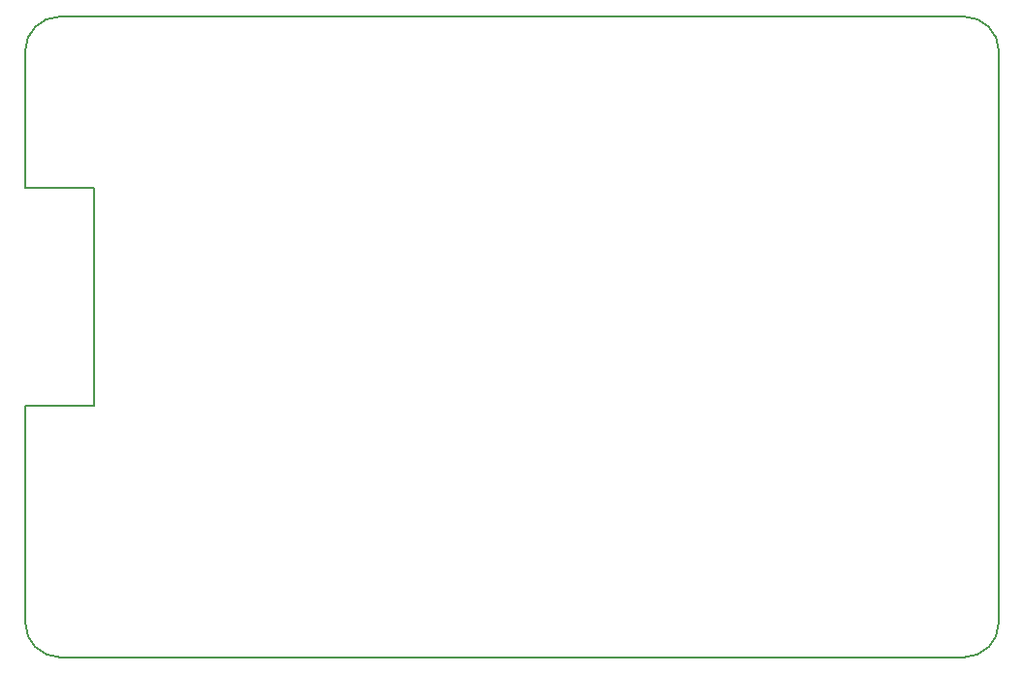
<source format=gbr>
G04 #@! TF.GenerationSoftware,KiCad,Pcbnew,(5.1.9)-1*
G04 #@! TF.CreationDate,2021-08-04T09:34:38-04:00*
G04 #@! TF.ProjectId,esp32 Core  V-0.1,65737033-3220-4436-9f72-652020562d30,rev?*
G04 #@! TF.SameCoordinates,Original*
G04 #@! TF.FileFunction,Profile,NP*
%FSLAX46Y46*%
G04 Gerber Fmt 4.6, Leading zero omitted, Abs format (unit mm)*
G04 Created by KiCad (PCBNEW (5.1.9)-1) date 2021-08-04 09:34:38*
%MOMM*%
%LPD*%
G01*
G04 APERTURE LIST*
G04 #@! TA.AperFunction,Profile*
%ADD10C,0.150000*%
G04 #@! TD*
G04 APERTURE END LIST*
D10*
X180000000Y-129000000D02*
X180000000Y-148000000D01*
X186000000Y-129000000D02*
X180000000Y-129000000D01*
X186000000Y-110000000D02*
X186000000Y-129000000D01*
X180000000Y-110000000D02*
X186000000Y-110000000D01*
X262000000Y-95000000D02*
X243000000Y-95000000D01*
X262000000Y-95000000D02*
G75*
G02*
X265000000Y-98000000I0J-3000000D01*
G01*
X262000000Y-151000000D02*
X243000000Y-151000000D01*
X265000000Y-148000000D02*
G75*
G02*
X262000000Y-151000000I-3000000J0D01*
G01*
X265000000Y-98000000D02*
X265000000Y-148000000D01*
X183000000Y-151000000D02*
X243000000Y-151000000D01*
X180000000Y-98000000D02*
X180000000Y-110000000D01*
X183000000Y-151000000D02*
G75*
G02*
X180000000Y-148000000I0J3000000D01*
G01*
X180000000Y-98000000D02*
G75*
G02*
X183000000Y-95000000I3000000J0D01*
G01*
X183000000Y-95000000D02*
X243000000Y-95000000D01*
M02*

</source>
